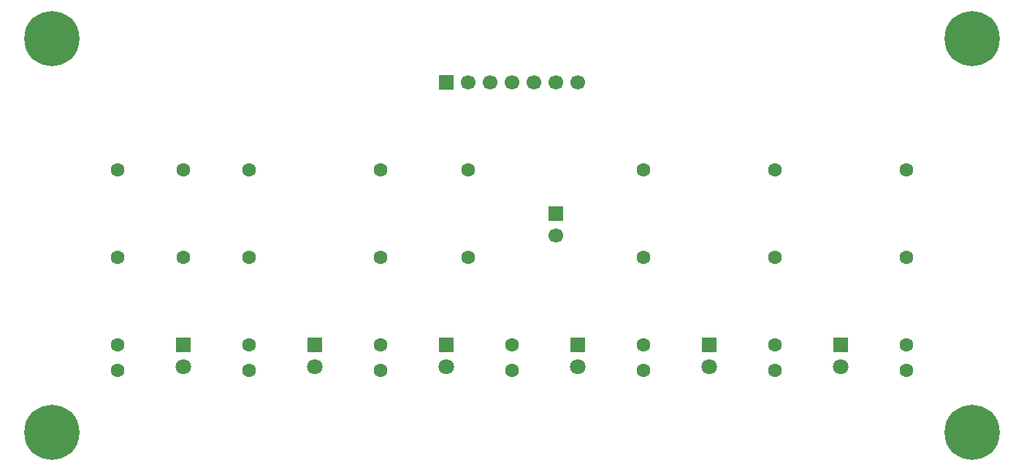
<source format=gbr>
%TF.GenerationSoftware,KiCad,Pcbnew,9.0.4*%
%TF.CreationDate,2026-02-02T12:57:02-08:00*%
%TF.ProjectId,LDR_Board,4c44525f-426f-4617-9264-2e6b69636164,rev?*%
%TF.SameCoordinates,Original*%
%TF.FileFunction,Soldermask,Bot*%
%TF.FilePolarity,Negative*%
%FSLAX46Y46*%
G04 Gerber Fmt 4.6, Leading zero omitted, Abs format (unit mm)*
G04 Created by KiCad (PCBNEW 9.0.4) date 2026-02-02 12:57:02*
%MOMM*%
%LPD*%
G01*
G04 APERTURE LIST*
%ADD10C,1.600000*%
%ADD11R,1.700000X1.700000*%
%ADD12C,1.700000*%
%ADD13C,6.400000*%
%ADD14R,1.800000X1.800000*%
%ADD15C,1.800000*%
G04 APERTURE END LIST*
D10*
%TO.C,R13*%
X185420000Y-111760000D03*
X185420000Y-114760000D03*
%TD*%
D11*
%TO.C,J1*%
X147320000Y-81280000D03*
D12*
X149860000Y-81280000D03*
X152400000Y-81280000D03*
X154940000Y-81280000D03*
X157480000Y-81280000D03*
X160020000Y-81280000D03*
X162560000Y-81280000D03*
%TD*%
D10*
%TO.C,R7*%
X200660000Y-91440000D03*
X200660000Y-101600000D03*
%TD*%
%TO.C,R8*%
X109220000Y-111760000D03*
X109220000Y-114760000D03*
%TD*%
%TO.C,R10*%
X139700000Y-111760000D03*
X139700000Y-114760000D03*
%TD*%
%TO.C,R5*%
X170180000Y-91440000D03*
X170180000Y-101600000D03*
%TD*%
%TO.C,R1*%
X116840000Y-91440000D03*
X116840000Y-101600000D03*
%TD*%
%TO.C,R11*%
X154940000Y-111760000D03*
X154940000Y-114760000D03*
%TD*%
%TO.C,R14*%
X200660000Y-111760000D03*
X200660000Y-114760000D03*
%TD*%
D13*
%TO.C,H1*%
X101600000Y-121920000D03*
%TD*%
D10*
%TO.C,R3*%
X139700000Y-91440000D03*
X139700000Y-101600000D03*
%TD*%
D14*
%TO.C,D3*%
X147320000Y-111760000D03*
D15*
X147320000Y-114300000D03*
%TD*%
D14*
%TO.C,D5*%
X177800000Y-111760000D03*
D15*
X177800000Y-114300000D03*
%TD*%
D13*
%TO.C,H2*%
X101600000Y-76200000D03*
%TD*%
D10*
%TO.C,R4*%
X149860000Y-91440000D03*
X149860000Y-101600000D03*
%TD*%
D14*
%TO.C,D1*%
X116840000Y-111760000D03*
D15*
X116840000Y-114300000D03*
%TD*%
D14*
%TO.C,D6*%
X193040000Y-111760000D03*
D15*
X193040000Y-114300000D03*
%TD*%
D10*
%TO.C,R9*%
X124460000Y-111760000D03*
X124460000Y-114760000D03*
%TD*%
D14*
%TO.C,D2*%
X132080000Y-111760000D03*
D15*
X132080000Y-114300000D03*
%TD*%
D10*
%TO.C,R12*%
X170180000Y-111760000D03*
X170180000Y-114760000D03*
%TD*%
%TO.C,R6*%
X185420000Y-91440000D03*
X185420000Y-101600000D03*
%TD*%
D13*
%TO.C,H4*%
X208280000Y-121920000D03*
%TD*%
D10*
%TO.C,R2*%
X124460000Y-91440000D03*
X124460000Y-101600000D03*
%TD*%
%TO.C,R15*%
X109220000Y-91440000D03*
X109220000Y-101600000D03*
%TD*%
D14*
%TO.C,D4*%
X162560000Y-111760000D03*
D15*
X162560000Y-114300000D03*
%TD*%
D13*
%TO.C,H3*%
X208280000Y-76200000D03*
%TD*%
D11*
%TO.C,J2*%
X160020000Y-96520000D03*
D12*
X160020000Y-99060000D03*
%TD*%
M02*

</source>
